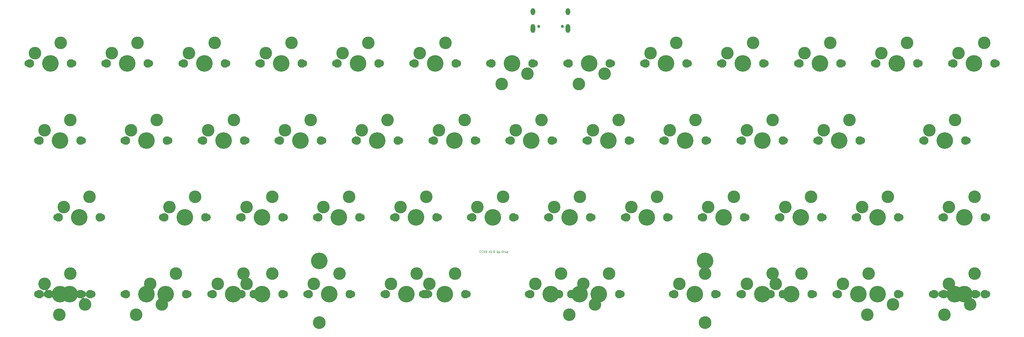
<source format=gbr>
G04 #@! TF.GenerationSoftware,KiCad,Pcbnew,(5.99.0-2043-g129c16cf7)*
G04 #@! TF.CreationDate,2020-07-05T22:33:02+02:00*
G04 #@! TF.ProjectId,CC45,43433435-2e6b-4696-9361-645f70636258,rev?*
G04 #@! TF.SameCoordinates,Original*
G04 #@! TF.FileFunction,Soldermask,Top*
G04 #@! TF.FilePolarity,Negative*
%FSLAX46Y46*%
G04 Gerber Fmt 4.6, Leading zero omitted, Abs format (unit mm)*
G04 Created by KiCad (PCBNEW (5.99.0-2043-g129c16cf7)) date 2020-07-05 22:33:02*
%MOMM*%
%LPD*%
G01*
G04 APERTURE LIST*
%ADD10C,0.125000*%
%ADD11C,1.803800*%
%ADD12C,3.531000*%
%ADD13C,2.102000*%
%ADD14C,3.102000*%
%ADD15C,4.102000*%
%ADD16C,3.150000*%
%ADD17O,1.102000X1.702000*%
%ADD18O,1.102000X2.202000*%
%ADD19C,0.752000*%
G04 APERTURE END LIST*
D10*
X139521428Y-79878571D02*
X139497619Y-79902380D01*
X139426190Y-79926190D01*
X139378571Y-79926190D01*
X139307142Y-79902380D01*
X139259523Y-79854761D01*
X139235714Y-79807142D01*
X139211904Y-79711904D01*
X139211904Y-79640476D01*
X139235714Y-79545238D01*
X139259523Y-79497619D01*
X139307142Y-79450000D01*
X139378571Y-79426190D01*
X139426190Y-79426190D01*
X139497619Y-79450000D01*
X139521428Y-79473809D01*
X140021428Y-79878571D02*
X139997619Y-79902380D01*
X139926190Y-79926190D01*
X139878571Y-79926190D01*
X139807142Y-79902380D01*
X139759523Y-79854761D01*
X139735714Y-79807142D01*
X139711904Y-79711904D01*
X139711904Y-79640476D01*
X139735714Y-79545238D01*
X139759523Y-79497619D01*
X139807142Y-79450000D01*
X139878571Y-79426190D01*
X139926190Y-79426190D01*
X139997619Y-79450000D01*
X140021428Y-79473809D01*
X140450000Y-79592857D02*
X140450000Y-79926190D01*
X140330952Y-79402380D02*
X140211904Y-79759523D01*
X140521428Y-79759523D01*
X140950000Y-79426190D02*
X140711904Y-79426190D01*
X140688095Y-79664285D01*
X140711904Y-79640476D01*
X140759523Y-79616666D01*
X140878571Y-79616666D01*
X140926190Y-79640476D01*
X140950000Y-79664285D01*
X140973809Y-79711904D01*
X140973809Y-79830952D01*
X140950000Y-79878571D01*
X140926190Y-79902380D01*
X140878571Y-79926190D01*
X140759523Y-79926190D01*
X140711904Y-79902380D01*
X140688095Y-79878571D01*
X141521428Y-79592857D02*
X141640476Y-79926190D01*
X141759523Y-79592857D01*
X142211904Y-79926190D02*
X141926190Y-79926190D01*
X142069047Y-79926190D02*
X142069047Y-79426190D01*
X142021428Y-79497619D01*
X141973809Y-79545238D01*
X141926190Y-79569047D01*
X142426190Y-79878571D02*
X142450000Y-79902380D01*
X142426190Y-79926190D01*
X142402380Y-79902380D01*
X142426190Y-79878571D01*
X142426190Y-79926190D01*
X142759523Y-79426190D02*
X142807142Y-79426190D01*
X142854761Y-79450000D01*
X142878571Y-79473809D01*
X142902380Y-79521428D01*
X142926190Y-79616666D01*
X142926190Y-79735714D01*
X142902380Y-79830952D01*
X142878571Y-79878571D01*
X142854761Y-79902380D01*
X142807142Y-79926190D01*
X142759523Y-79926190D01*
X142711904Y-79902380D01*
X142688095Y-79878571D01*
X142664285Y-79830952D01*
X142640476Y-79735714D01*
X142640476Y-79616666D01*
X142664285Y-79521428D01*
X142688095Y-79473809D01*
X142711904Y-79450000D01*
X142759523Y-79426190D01*
X143521428Y-79926190D02*
X143521428Y-79426190D01*
X143521428Y-79616666D02*
X143569047Y-79592857D01*
X143664285Y-79592857D01*
X143711904Y-79616666D01*
X143735714Y-79640476D01*
X143759523Y-79688095D01*
X143759523Y-79830952D01*
X143735714Y-79878571D01*
X143711904Y-79902380D01*
X143664285Y-79926190D01*
X143569047Y-79926190D01*
X143521428Y-79902380D01*
X143926190Y-79592857D02*
X144045238Y-79926190D01*
X144164285Y-79592857D02*
X144045238Y-79926190D01*
X143997619Y-80045238D01*
X143973809Y-80069047D01*
X143926190Y-80092857D01*
X144735714Y-79926190D02*
X144735714Y-79426190D01*
X144854761Y-79426190D01*
X144926190Y-79450000D01*
X144973809Y-79497619D01*
X144997619Y-79545238D01*
X145021428Y-79640476D01*
X145021428Y-79711904D01*
X144997619Y-79807142D01*
X144973809Y-79854761D01*
X144926190Y-79902380D01*
X144854761Y-79926190D01*
X144735714Y-79926190D01*
X145235714Y-79926190D02*
X145235714Y-79592857D01*
X145235714Y-79688095D02*
X145259523Y-79640476D01*
X145283333Y-79616666D01*
X145330952Y-79592857D01*
X145378571Y-79592857D01*
X145759523Y-79592857D02*
X145759523Y-79926190D01*
X145545238Y-79592857D02*
X145545238Y-79854761D01*
X145569047Y-79902380D01*
X145616666Y-79926190D01*
X145688095Y-79926190D01*
X145735714Y-79902380D01*
X145759523Y-79878571D01*
X145950000Y-79592857D02*
X146211904Y-79592857D01*
X145950000Y-79926190D01*
X146211904Y-79926190D01*
X139521428Y-79878571D02*
X139497619Y-79902380D01*
X139426190Y-79926190D01*
X139378571Y-79926190D01*
X139307142Y-79902380D01*
X139259523Y-79854761D01*
X139235714Y-79807142D01*
X139211904Y-79711904D01*
X139211904Y-79640476D01*
X139235714Y-79545238D01*
X139259523Y-79497619D01*
X139307142Y-79450000D01*
X139378571Y-79426190D01*
X139426190Y-79426190D01*
X139497619Y-79450000D01*
X139521428Y-79473809D01*
X140021428Y-79878571D02*
X139997619Y-79902380D01*
X139926190Y-79926190D01*
X139878571Y-79926190D01*
X139807142Y-79902380D01*
X139759523Y-79854761D01*
X139735714Y-79807142D01*
X139711904Y-79711904D01*
X139711904Y-79640476D01*
X139735714Y-79545238D01*
X139759523Y-79497619D01*
X139807142Y-79450000D01*
X139878571Y-79426190D01*
X139926190Y-79426190D01*
X139997619Y-79450000D01*
X140021428Y-79473809D01*
X140450000Y-79592857D02*
X140450000Y-79926190D01*
X140330952Y-79402380D02*
X140211904Y-79759523D01*
X140521428Y-79759523D01*
X140950000Y-79426190D02*
X140711904Y-79426190D01*
X140688095Y-79664285D01*
X140711904Y-79640476D01*
X140759523Y-79616666D01*
X140878571Y-79616666D01*
X140926190Y-79640476D01*
X140950000Y-79664285D01*
X140973809Y-79711904D01*
X140973809Y-79830952D01*
X140950000Y-79878571D01*
X140926190Y-79902380D01*
X140878571Y-79926190D01*
X140759523Y-79926190D01*
X140711904Y-79902380D01*
X140688095Y-79878571D01*
X141521428Y-79592857D02*
X141640476Y-79926190D01*
X141759523Y-79592857D01*
X142211904Y-79926190D02*
X141926190Y-79926190D01*
X142069047Y-79926190D02*
X142069047Y-79426190D01*
X142021428Y-79497619D01*
X141973809Y-79545238D01*
X141926190Y-79569047D01*
X142426190Y-79878571D02*
X142450000Y-79902380D01*
X142426190Y-79926190D01*
X142402380Y-79902380D01*
X142426190Y-79878571D01*
X142426190Y-79926190D01*
X142759523Y-79426190D02*
X142807142Y-79426190D01*
X142854761Y-79450000D01*
X142878571Y-79473809D01*
X142902380Y-79521428D01*
X142926190Y-79616666D01*
X142926190Y-79735714D01*
X142902380Y-79830952D01*
X142878571Y-79878571D01*
X142854761Y-79902380D01*
X142807142Y-79926190D01*
X142759523Y-79926190D01*
X142711904Y-79902380D01*
X142688095Y-79878571D01*
X142664285Y-79830952D01*
X142640476Y-79735714D01*
X142640476Y-79616666D01*
X142664285Y-79521428D01*
X142688095Y-79473809D01*
X142711904Y-79450000D01*
X142759523Y-79426190D01*
X143521428Y-79926190D02*
X143521428Y-79426190D01*
X143521428Y-79616666D02*
X143569047Y-79592857D01*
X143664285Y-79592857D01*
X143711904Y-79616666D01*
X143735714Y-79640476D01*
X143759523Y-79688095D01*
X143759523Y-79830952D01*
X143735714Y-79878571D01*
X143711904Y-79902380D01*
X143664285Y-79926190D01*
X143569047Y-79926190D01*
X143521428Y-79902380D01*
X143926190Y-79592857D02*
X144045238Y-79926190D01*
X144164285Y-79592857D02*
X144045238Y-79926190D01*
X143997619Y-80045238D01*
X143973809Y-80069047D01*
X143926190Y-80092857D01*
X144735714Y-79926190D02*
X144735714Y-79426190D01*
X144854761Y-79426190D01*
X144926190Y-79450000D01*
X144973809Y-79497619D01*
X144997619Y-79545238D01*
X145021428Y-79640476D01*
X145021428Y-79711904D01*
X144997619Y-79807142D01*
X144973809Y-79854761D01*
X144926190Y-79902380D01*
X144854761Y-79926190D01*
X144735714Y-79926190D01*
X145235714Y-79926190D02*
X145235714Y-79592857D01*
X145235714Y-79688095D02*
X145259523Y-79640476D01*
X145283333Y-79616666D01*
X145330952Y-79592857D01*
X145378571Y-79592857D01*
X145759523Y-79592857D02*
X145759523Y-79926190D01*
X145545238Y-79592857D02*
X145545238Y-79854761D01*
X145569047Y-79902380D01*
X145616666Y-79926190D01*
X145688095Y-79926190D01*
X145735714Y-79902380D01*
X145759523Y-79878571D01*
X145950000Y-79592857D02*
X146211904Y-79592857D01*
X145950000Y-79926190D01*
X146211904Y-79926190D01*
D11*
X158375000Y-90250000D03*
X169375000Y-90250000D03*
D12*
X163875000Y-90250000D03*
D13*
X168955000Y-90250000D03*
D14*
X167685000Y-92790000D03*
D15*
X163875000Y-90250000D03*
D14*
X161335000Y-95330000D03*
D13*
X158795000Y-90250000D03*
D11*
X174125000Y-90250000D03*
X163125000Y-90250000D03*
D12*
X168625000Y-90250000D03*
D13*
X163545000Y-90250000D03*
D14*
X164815000Y-87710000D03*
D15*
X168625000Y-90250000D03*
D14*
X171165000Y-85170000D03*
D13*
X173705000Y-90250000D03*
D11*
X251000000Y-90250000D03*
X262000000Y-90250000D03*
D12*
X256500000Y-90250000D03*
D13*
X261580000Y-90250000D03*
D14*
X260310000Y-92790000D03*
D15*
X256500000Y-90250000D03*
D14*
X253960000Y-95330000D03*
D13*
X251420000Y-90250000D03*
D11*
X232000000Y-90250000D03*
X243000000Y-90250000D03*
D12*
X237500000Y-90250000D03*
D13*
X242580000Y-90250000D03*
D14*
X241310000Y-92790000D03*
D15*
X237500000Y-90250000D03*
D14*
X234960000Y-95330000D03*
D13*
X232420000Y-90250000D03*
D16*
X194875000Y-97235000D03*
D15*
X194875000Y-81995000D03*
D16*
X99625000Y-97235000D03*
D15*
X99625000Y-81995000D03*
D11*
X162275000Y-90250000D03*
X151275000Y-90250000D03*
D13*
X151695000Y-90250000D03*
D14*
X152965000Y-87710000D03*
D15*
X156775000Y-90250000D03*
D14*
X159315000Y-85170000D03*
D13*
X161855000Y-90250000D03*
D11*
X238250000Y-90250000D03*
X227250000Y-90250000D03*
D13*
X227670000Y-90250000D03*
D14*
X228940000Y-87710000D03*
D15*
X232750000Y-90250000D03*
D14*
X235290000Y-85170000D03*
D13*
X237830000Y-90250000D03*
D11*
X264375000Y-90250000D03*
X253375000Y-90250000D03*
D12*
X258875000Y-90250000D03*
D13*
X253795000Y-90250000D03*
D14*
X255065000Y-87710000D03*
D15*
X258875000Y-90250000D03*
D14*
X261415000Y-85170000D03*
D13*
X263955000Y-90250000D03*
D11*
X51500000Y-90250000D03*
X62500000Y-90250000D03*
D12*
X57000000Y-90250000D03*
D13*
X62080000Y-90250000D03*
D14*
X60810000Y-92790000D03*
D15*
X57000000Y-90250000D03*
D14*
X54460000Y-95330000D03*
D13*
X51920000Y-90250000D03*
D11*
X32500000Y-90250000D03*
X43500000Y-90250000D03*
D12*
X38000000Y-90250000D03*
D13*
X43080000Y-90250000D03*
D14*
X41810000Y-92790000D03*
D15*
X38000000Y-90250000D03*
D14*
X35460000Y-95330000D03*
D13*
X32920000Y-90250000D03*
D11*
X67250000Y-90250000D03*
X56250000Y-90250000D03*
D12*
X61750000Y-90250000D03*
D13*
X56670000Y-90250000D03*
D14*
X57940000Y-87710000D03*
D15*
X61750000Y-90250000D03*
D14*
X64290000Y-85170000D03*
D13*
X66830000Y-90250000D03*
D11*
X41125000Y-90250000D03*
X30125000Y-90250000D03*
D12*
X35625000Y-90250000D03*
D13*
X30545000Y-90250000D03*
D14*
X31815000Y-87710000D03*
D15*
X35625000Y-90250000D03*
D14*
X38165000Y-85170000D03*
D13*
X40705000Y-90250000D03*
D11*
X259625000Y-52250000D03*
X248625000Y-52250000D03*
D12*
X254125000Y-52250000D03*
D13*
X249045000Y-52250000D03*
D14*
X250315000Y-49710000D03*
D15*
X254125000Y-52250000D03*
D14*
X256665000Y-47170000D03*
D13*
X259205000Y-52250000D03*
D11*
X45875000Y-71250000D03*
X34875000Y-71250000D03*
D12*
X40375000Y-71250000D03*
D13*
X35295000Y-71250000D03*
D14*
X36565000Y-68710000D03*
D15*
X40375000Y-71250000D03*
D14*
X42915000Y-66170000D03*
D13*
X45455000Y-71250000D03*
D11*
X38750000Y-33250000D03*
X27750000Y-33250000D03*
D12*
X33250000Y-33250000D03*
D13*
X28170000Y-33250000D03*
D14*
X29440000Y-30710000D03*
D15*
X33250000Y-33250000D03*
D14*
X35790000Y-28170000D03*
D13*
X38330000Y-33250000D03*
D11*
X57750000Y-33250000D03*
X46750000Y-33250000D03*
D12*
X52250000Y-33250000D03*
D13*
X47170000Y-33250000D03*
D14*
X48440000Y-30710000D03*
D15*
X52250000Y-33250000D03*
D14*
X54790000Y-28170000D03*
D13*
X57330000Y-33250000D03*
D11*
X76750000Y-33250000D03*
X65750000Y-33250000D03*
D12*
X71250000Y-33250000D03*
D13*
X66170000Y-33250000D03*
D14*
X67440000Y-30710000D03*
D15*
X71250000Y-33250000D03*
D14*
X73790000Y-28170000D03*
D13*
X76330000Y-33250000D03*
D11*
X95750000Y-33250000D03*
X84750000Y-33250000D03*
D12*
X90250000Y-33250000D03*
D13*
X85170000Y-33250000D03*
D14*
X86440000Y-30710000D03*
D15*
X90250000Y-33250000D03*
D14*
X92790000Y-28170000D03*
D13*
X95330000Y-33250000D03*
D11*
X114750000Y-33250000D03*
X103750000Y-33250000D03*
D12*
X109250000Y-33250000D03*
D13*
X104170000Y-33250000D03*
D14*
X105440000Y-30710000D03*
D15*
X109250000Y-33250000D03*
D14*
X111790000Y-28170000D03*
D13*
X114330000Y-33250000D03*
D11*
X133750000Y-33250000D03*
X122750000Y-33250000D03*
D12*
X128250000Y-33250000D03*
D13*
X123170000Y-33250000D03*
D14*
X124440000Y-30710000D03*
D15*
X128250000Y-33250000D03*
D14*
X130790000Y-28170000D03*
D13*
X133330000Y-33250000D03*
D11*
X141750000Y-33250000D03*
X152750000Y-33250000D03*
D12*
X147250000Y-33250000D03*
D13*
X152330000Y-33250000D03*
D14*
X151060000Y-35790000D03*
D15*
X147250000Y-33250000D03*
D14*
X144710000Y-38330000D03*
D13*
X142170000Y-33250000D03*
D11*
X160750000Y-33250000D03*
X171750000Y-33250000D03*
D12*
X166250000Y-33250000D03*
D13*
X171330000Y-33250000D03*
D14*
X170060000Y-35790000D03*
D15*
X166250000Y-33250000D03*
D14*
X163710000Y-38330000D03*
D13*
X161170000Y-33250000D03*
D11*
X190750000Y-33250000D03*
X179750000Y-33250000D03*
D12*
X185250000Y-33250000D03*
D13*
X180170000Y-33250000D03*
D14*
X181440000Y-30710000D03*
D15*
X185250000Y-33250000D03*
D14*
X187790000Y-28170000D03*
D13*
X190330000Y-33250000D03*
D11*
X209750000Y-33250000D03*
X198750000Y-33250000D03*
D12*
X204250000Y-33250000D03*
D13*
X199170000Y-33250000D03*
D14*
X200440000Y-30710000D03*
D15*
X204250000Y-33250000D03*
D14*
X206790000Y-28170000D03*
D13*
X209330000Y-33250000D03*
D11*
X228750000Y-33250000D03*
X217750000Y-33250000D03*
D12*
X223250000Y-33250000D03*
D13*
X218170000Y-33250000D03*
D14*
X219440000Y-30710000D03*
D15*
X223250000Y-33250000D03*
D14*
X225790000Y-28170000D03*
D13*
X228330000Y-33250000D03*
D11*
X247750000Y-33250000D03*
X236750000Y-33250000D03*
D12*
X242250000Y-33250000D03*
D13*
X237170000Y-33250000D03*
D14*
X238440000Y-30710000D03*
D15*
X242250000Y-33250000D03*
D14*
X244790000Y-28170000D03*
D13*
X247330000Y-33250000D03*
D11*
X266750000Y-33250000D03*
X255750000Y-33250000D03*
D12*
X261250000Y-33250000D03*
D13*
X256170000Y-33250000D03*
D14*
X257440000Y-30710000D03*
D15*
X261250000Y-33250000D03*
D14*
X263790000Y-28170000D03*
D13*
X266330000Y-33250000D03*
D11*
X62500000Y-52250000D03*
X51500000Y-52250000D03*
D12*
X57000000Y-52250000D03*
D13*
X51920000Y-52250000D03*
D14*
X53190000Y-49710000D03*
D15*
X57000000Y-52250000D03*
D14*
X59540000Y-47170000D03*
D13*
X62080000Y-52250000D03*
D11*
X81500000Y-52250000D03*
X70500000Y-52250000D03*
D12*
X76000000Y-52250000D03*
D13*
X70920000Y-52250000D03*
D14*
X72190000Y-49710000D03*
D15*
X76000000Y-52250000D03*
D14*
X78540000Y-47170000D03*
D13*
X81080000Y-52250000D03*
D11*
X100500000Y-52250000D03*
X89500000Y-52250000D03*
D12*
X95000000Y-52250000D03*
D13*
X89920000Y-52250000D03*
D14*
X91190000Y-49710000D03*
D15*
X95000000Y-52250000D03*
D14*
X97540000Y-47170000D03*
D13*
X100080000Y-52250000D03*
D11*
X119500000Y-52250000D03*
X108500000Y-52250000D03*
D12*
X114000000Y-52250000D03*
D13*
X108920000Y-52250000D03*
D14*
X110190000Y-49710000D03*
D15*
X114000000Y-52250000D03*
D14*
X116540000Y-47170000D03*
D13*
X119080000Y-52250000D03*
D11*
X138500000Y-52250000D03*
X127500000Y-52250000D03*
D12*
X133000000Y-52250000D03*
D13*
X127920000Y-52250000D03*
D14*
X129190000Y-49710000D03*
D15*
X133000000Y-52250000D03*
D14*
X135540000Y-47170000D03*
D13*
X138080000Y-52250000D03*
D11*
X157500000Y-52250000D03*
X146500000Y-52250000D03*
D12*
X152000000Y-52250000D03*
D13*
X146920000Y-52250000D03*
D14*
X148190000Y-49710000D03*
D15*
X152000000Y-52250000D03*
D14*
X154540000Y-47170000D03*
D13*
X157080000Y-52250000D03*
D11*
X176500000Y-52250000D03*
X165500000Y-52250000D03*
D12*
X171000000Y-52250000D03*
D13*
X165920000Y-52250000D03*
D14*
X167190000Y-49710000D03*
D15*
X171000000Y-52250000D03*
D14*
X173540000Y-47170000D03*
D13*
X176080000Y-52250000D03*
D11*
X195500000Y-52250000D03*
X184500000Y-52250000D03*
D12*
X190000000Y-52250000D03*
D13*
X184920000Y-52250000D03*
D14*
X186190000Y-49710000D03*
D15*
X190000000Y-52250000D03*
D14*
X192540000Y-47170000D03*
D13*
X195080000Y-52250000D03*
D11*
X214500000Y-52250000D03*
X203500000Y-52250000D03*
D12*
X209000000Y-52250000D03*
D13*
X203920000Y-52250000D03*
D14*
X205190000Y-49710000D03*
D15*
X209000000Y-52250000D03*
D14*
X211540000Y-47170000D03*
D13*
X214080000Y-52250000D03*
D11*
X233500000Y-52250000D03*
X222500000Y-52250000D03*
D12*
X228000000Y-52250000D03*
D13*
X222920000Y-52250000D03*
D14*
X224190000Y-49710000D03*
D15*
X228000000Y-52250000D03*
D14*
X230540000Y-47170000D03*
D13*
X233080000Y-52250000D03*
D11*
X72000000Y-71250000D03*
X61000000Y-71250000D03*
D12*
X66500000Y-71250000D03*
D13*
X61420000Y-71250000D03*
D14*
X62690000Y-68710000D03*
D15*
X66500000Y-71250000D03*
D14*
X69040000Y-66170000D03*
D13*
X71580000Y-71250000D03*
D11*
X91000000Y-71250000D03*
X80000000Y-71250000D03*
D12*
X85500000Y-71250000D03*
D13*
X80420000Y-71250000D03*
D14*
X81690000Y-68710000D03*
D15*
X85500000Y-71250000D03*
D14*
X88040000Y-66170000D03*
D13*
X90580000Y-71250000D03*
D11*
X110000000Y-71250000D03*
X99000000Y-71250000D03*
D12*
X104500000Y-71250000D03*
D13*
X99420000Y-71250000D03*
D14*
X100690000Y-68710000D03*
D15*
X104500000Y-71250000D03*
D14*
X107040000Y-66170000D03*
D13*
X109580000Y-71250000D03*
D11*
X129000000Y-71250000D03*
X118000000Y-71250000D03*
D12*
X123500000Y-71250000D03*
D13*
X118420000Y-71250000D03*
D14*
X119690000Y-68710000D03*
D15*
X123500000Y-71250000D03*
D14*
X126040000Y-66170000D03*
D13*
X128580000Y-71250000D03*
D11*
X148000000Y-71250000D03*
X137000000Y-71250000D03*
D12*
X142500000Y-71250000D03*
D13*
X137420000Y-71250000D03*
D14*
X138690000Y-68710000D03*
D15*
X142500000Y-71250000D03*
D14*
X145040000Y-66170000D03*
D13*
X147580000Y-71250000D03*
D11*
X167000000Y-71250000D03*
X156000000Y-71250000D03*
D12*
X161500000Y-71250000D03*
D13*
X156420000Y-71250000D03*
D14*
X157690000Y-68710000D03*
D15*
X161500000Y-71250000D03*
D14*
X164040000Y-66170000D03*
D13*
X166580000Y-71250000D03*
D11*
X186000000Y-71250000D03*
X175000000Y-71250000D03*
D12*
X180500000Y-71250000D03*
D13*
X175420000Y-71250000D03*
D14*
X176690000Y-68710000D03*
D15*
X180500000Y-71250000D03*
D14*
X183040000Y-66170000D03*
D13*
X185580000Y-71250000D03*
D11*
X205000000Y-71250000D03*
X194000000Y-71250000D03*
D12*
X199500000Y-71250000D03*
D13*
X194420000Y-71250000D03*
D14*
X195690000Y-68710000D03*
D15*
X199500000Y-71250000D03*
D14*
X202040000Y-66170000D03*
D13*
X204580000Y-71250000D03*
D11*
X224000000Y-71250000D03*
X213000000Y-71250000D03*
D12*
X218500000Y-71250000D03*
D13*
X213420000Y-71250000D03*
D14*
X214690000Y-68710000D03*
D15*
X218500000Y-71250000D03*
D14*
X221040000Y-66170000D03*
D13*
X223580000Y-71250000D03*
D11*
X41125000Y-52250000D03*
X30125000Y-52250000D03*
D12*
X35625000Y-52250000D03*
D13*
X30545000Y-52250000D03*
D14*
X31815000Y-49710000D03*
D15*
X35625000Y-52250000D03*
D14*
X38165000Y-47170000D03*
D13*
X40705000Y-52250000D03*
D11*
X264375000Y-71250000D03*
X253375000Y-71250000D03*
D12*
X258875000Y-71250000D03*
D13*
X253795000Y-71250000D03*
D14*
X255065000Y-68710000D03*
D15*
X258875000Y-71250000D03*
D14*
X261415000Y-66170000D03*
D13*
X263955000Y-71250000D03*
D11*
X83875000Y-90250000D03*
X72875000Y-90250000D03*
D12*
X78375000Y-90250000D03*
D13*
X73295000Y-90250000D03*
D14*
X74565000Y-87710000D03*
D15*
X78375000Y-90250000D03*
D14*
X80915000Y-85170000D03*
D13*
X83455000Y-90250000D03*
D11*
X91000000Y-90250000D03*
X80000000Y-90250000D03*
D12*
X85500000Y-90250000D03*
D13*
X80420000Y-90250000D03*
D14*
X81690000Y-87710000D03*
D15*
X85500000Y-90250000D03*
D14*
X88040000Y-85170000D03*
D13*
X90580000Y-90250000D03*
D11*
X107625000Y-90250000D03*
X96625000Y-90250000D03*
D12*
X102125000Y-90250000D03*
D13*
X97045000Y-90250000D03*
D14*
X98315000Y-87710000D03*
D15*
X102125000Y-90250000D03*
D14*
X104665000Y-85170000D03*
D13*
X107205000Y-90250000D03*
D11*
X126625000Y-90250000D03*
X115625000Y-90250000D03*
D12*
X121125000Y-90250000D03*
D13*
X116045000Y-90250000D03*
D14*
X117315000Y-87710000D03*
D15*
X121125000Y-90250000D03*
D14*
X123665000Y-85170000D03*
D13*
X126205000Y-90250000D03*
D11*
X136125000Y-90250000D03*
X125125000Y-90250000D03*
D12*
X130625000Y-90250000D03*
D13*
X125545000Y-90250000D03*
D14*
X126815000Y-87710000D03*
D15*
X130625000Y-90250000D03*
D14*
X133165000Y-85170000D03*
D13*
X135705000Y-90250000D03*
D11*
X197875000Y-90250000D03*
X186875000Y-90250000D03*
D12*
X192375000Y-90250000D03*
D13*
X187295000Y-90250000D03*
D14*
X188565000Y-87710000D03*
D15*
X192375000Y-90250000D03*
D14*
X194915000Y-85170000D03*
D13*
X197455000Y-90250000D03*
D11*
X243000000Y-71250000D03*
X232000000Y-71250000D03*
D12*
X237500000Y-71250000D03*
D13*
X232420000Y-71250000D03*
D14*
X233690000Y-68710000D03*
D15*
X237500000Y-71250000D03*
D14*
X240040000Y-66170000D03*
D13*
X242580000Y-71250000D03*
D11*
X221625000Y-90250000D03*
X210625000Y-90250000D03*
D12*
X216125000Y-90250000D03*
D13*
X211045000Y-90250000D03*
D14*
X212315000Y-87710000D03*
D15*
X216125000Y-90250000D03*
D14*
X218665000Y-85170000D03*
D13*
X221205000Y-90250000D03*
D11*
X214500000Y-90250000D03*
X203500000Y-90250000D03*
D12*
X209000000Y-90250000D03*
D13*
X203920000Y-90250000D03*
D14*
X205190000Y-87710000D03*
D15*
X209000000Y-90250000D03*
D14*
X211540000Y-85170000D03*
D13*
X214080000Y-90250000D03*
D17*
X161070000Y-20412500D03*
X152430000Y-20412500D03*
D18*
X161070000Y-24592500D03*
X152430000Y-24592500D03*
D19*
X153860000Y-24062500D03*
X159640000Y-24062500D03*
G36*
X41592569Y-91016923D02*
G01*
X41591641Y-91018612D01*
X41585731Y-91022363D01*
X41542476Y-91069402D01*
X41528596Y-91131503D01*
X41547623Y-91192222D01*
X41594441Y-91235273D01*
X41652928Y-91246588D01*
X41654438Y-91247899D01*
X41654059Y-91249863D01*
X41652618Y-91250551D01*
X41631961Y-91251272D01*
X41388242Y-91299530D01*
X41155365Y-91386136D01*
X40939337Y-91508857D01*
X40928480Y-91517587D01*
X40926504Y-91517893D01*
X40925251Y-91516334D01*
X40925769Y-91514659D01*
X40965067Y-91472811D01*
X40979597Y-91410862D01*
X40961206Y-91349944D01*
X40914829Y-91306392D01*
X40850018Y-91291904D01*
X40823067Y-91293317D01*
X40821285Y-91292409D01*
X40821180Y-91290412D01*
X40822615Y-91289350D01*
X40987095Y-91260348D01*
X41177965Y-91186314D01*
X41256873Y-91136238D01*
X41257736Y-91135938D01*
X41312098Y-91130224D01*
X41491018Y-91072090D01*
X41589569Y-91015191D01*
X41591569Y-91015191D01*
X41592569Y-91016923D01*
G37*
G36*
X252356848Y-89772923D02*
G01*
X252363844Y-89784340D01*
X252364006Y-89784668D01*
X252366192Y-89790362D01*
X252403754Y-89842064D01*
X252461885Y-89867947D01*
X252525125Y-89861301D01*
X252582778Y-89815769D01*
X252587230Y-89809268D01*
X252589034Y-89808404D01*
X252590684Y-89809534D01*
X252590707Y-89811211D01*
X252519154Y-89971919D01*
X252480041Y-90155935D01*
X252480041Y-90344065D01*
X252519154Y-90528081D01*
X252586287Y-90678863D01*
X252586078Y-90680852D01*
X252584251Y-90681665D01*
X252583117Y-90681158D01*
X252536328Y-90638732D01*
X252474131Y-90625284D01*
X252413576Y-90644726D01*
X252367652Y-90698308D01*
X252338362Y-90764095D01*
X252338184Y-90764414D01*
X252337926Y-90764790D01*
X252336122Y-90765652D01*
X252334472Y-90764520D01*
X252334450Y-90762845D01*
X252415362Y-90581113D01*
X252460716Y-90381489D01*
X252463981Y-90147621D01*
X252424219Y-89946808D01*
X252353294Y-89774730D01*
X252353558Y-89772748D01*
X252355408Y-89771986D01*
X252356848Y-89772923D01*
G37*
G36*
X31481848Y-89772923D02*
G01*
X31488844Y-89784340D01*
X31489006Y-89784668D01*
X31491192Y-89790362D01*
X31528754Y-89842064D01*
X31586885Y-89867947D01*
X31650125Y-89861301D01*
X31707778Y-89815769D01*
X31712230Y-89809268D01*
X31714034Y-89808404D01*
X31715684Y-89809534D01*
X31715707Y-89811211D01*
X31644154Y-89971919D01*
X31605041Y-90155935D01*
X31605041Y-90344065D01*
X31644154Y-90528081D01*
X31711287Y-90678863D01*
X31711078Y-90680852D01*
X31709251Y-90681665D01*
X31708117Y-90681158D01*
X31661328Y-90638732D01*
X31599131Y-90625284D01*
X31538576Y-90644726D01*
X31492652Y-90698308D01*
X31463362Y-90764095D01*
X31463184Y-90764414D01*
X31462926Y-90764790D01*
X31461122Y-90765652D01*
X31459472Y-90764520D01*
X31459450Y-90762845D01*
X31540362Y-90581113D01*
X31585716Y-90381489D01*
X31588981Y-90147621D01*
X31549219Y-89946808D01*
X31478294Y-89774730D01*
X31478558Y-89772748D01*
X31480408Y-89771986D01*
X31481848Y-89772923D01*
G37*
G36*
X263030900Y-89754164D02*
G01*
X263030956Y-89755860D01*
X262955112Y-89932817D01*
X262912547Y-90133068D01*
X262909689Y-90337779D01*
X262946645Y-90539139D01*
X263012813Y-90706260D01*
X263012520Y-90708238D01*
X263010661Y-90708975D01*
X263009221Y-90707996D01*
X263000725Y-90693281D01*
X262955540Y-90648095D01*
X262894074Y-90631625D01*
X262832664Y-90648080D01*
X262795793Y-90689029D01*
X262793154Y-90689325D01*
X262791222Y-90687962D01*
X262785192Y-90696511D01*
X262783377Y-90697350D01*
X262781742Y-90696197D01*
X262781731Y-90694545D01*
X262855846Y-90528081D01*
X262894959Y-90344065D01*
X262894959Y-90155935D01*
X262855846Y-89971919D01*
X262786852Y-89816957D01*
X262787061Y-89814968D01*
X262788888Y-89814155D01*
X262790345Y-89815037D01*
X262792058Y-89817615D01*
X262839992Y-89859875D01*
X262902370Y-89872452D01*
X262962645Y-89852167D01*
X263008401Y-89796561D01*
X263023495Y-89760120D01*
X263023666Y-89759796D01*
X263027441Y-89753983D01*
X263029223Y-89753075D01*
X263030900Y-89754164D01*
G37*
G36*
X42155900Y-89754164D02*
G01*
X42155956Y-89755860D01*
X42080112Y-89932817D01*
X42037547Y-90133068D01*
X42034689Y-90337779D01*
X42071645Y-90539139D01*
X42137813Y-90706260D01*
X42137520Y-90708238D01*
X42135661Y-90708975D01*
X42134221Y-90707996D01*
X42125725Y-90693281D01*
X42080540Y-90648095D01*
X42019074Y-90631625D01*
X41957664Y-90648080D01*
X41920793Y-90689029D01*
X41918154Y-90689325D01*
X41916222Y-90687962D01*
X41910192Y-90696511D01*
X41908377Y-90697350D01*
X41906742Y-90696197D01*
X41906731Y-90694545D01*
X41980846Y-90528081D01*
X42019959Y-90344065D01*
X42019959Y-90155935D01*
X41980846Y-89971919D01*
X41911852Y-89816957D01*
X41912061Y-89814968D01*
X41913888Y-89814155D01*
X41915345Y-89815037D01*
X41917058Y-89817615D01*
X41964992Y-89859875D01*
X42027370Y-89872452D01*
X42087645Y-89852167D01*
X42133401Y-89796561D01*
X42148495Y-89760120D01*
X42148666Y-89759796D01*
X42152441Y-89753983D01*
X42154223Y-89753075D01*
X42155900Y-89754164D01*
G37*
G36*
X125972624Y-89005370D02*
G01*
X126131108Y-89099847D01*
X126362122Y-89191312D01*
X126604774Y-89244662D01*
X126852846Y-89258531D01*
X127093284Y-89233260D01*
X127095111Y-89234073D01*
X127095320Y-89236062D01*
X127094287Y-89237085D01*
X127047444Y-89257356D01*
X127009505Y-89308441D01*
X127002192Y-89371652D01*
X127027509Y-89430157D01*
X127055149Y-89455751D01*
X127102213Y-89487496D01*
X127103090Y-89489294D01*
X127101972Y-89490952D01*
X127100095Y-89490886D01*
X126991018Y-89427910D01*
X126812098Y-89369776D01*
X126759127Y-89364208D01*
X126758218Y-89363877D01*
X126703928Y-89327258D01*
X126515193Y-89247921D01*
X126314650Y-89206756D01*
X126109929Y-89205326D01*
X125948366Y-89236147D01*
X125946477Y-89235489D01*
X125946102Y-89233524D01*
X125946991Y-89232450D01*
X125997016Y-89203569D01*
X126028833Y-89148463D01*
X126028834Y-89084923D01*
X125980531Y-89015810D01*
X125970450Y-89008724D01*
X125969608Y-89006910D01*
X125970758Y-89005274D01*
X125972624Y-89005370D01*
G37*
G36*
X32691878Y-88984726D02*
G01*
X32691403Y-88986151D01*
X32649744Y-89034929D01*
X32638147Y-89097498D01*
X32659388Y-89157479D01*
X32707775Y-89198804D01*
X32770610Y-89210450D01*
X32781119Y-89209623D01*
X32782924Y-89210484D01*
X32783081Y-89212478D01*
X32781651Y-89213582D01*
X32623822Y-89243690D01*
X32434010Y-89320379D01*
X32367658Y-89363799D01*
X32366772Y-89364114D01*
X32312902Y-89369776D01*
X32133982Y-89427910D01*
X32030215Y-89487821D01*
X32028215Y-89487821D01*
X32027215Y-89486089D01*
X32028120Y-89484416D01*
X32035249Y-89479750D01*
X32077845Y-89432109D01*
X32090857Y-89369820D01*
X32070983Y-89309372D01*
X32023583Y-89266991D01*
X31949850Y-89255049D01*
X31924810Y-89258746D01*
X31924508Y-89258767D01*
X31890451Y-89258589D01*
X31888724Y-89257580D01*
X31888734Y-89255580D01*
X31890252Y-89254600D01*
X32099940Y-89232561D01*
X32339705Y-89167418D01*
X32565964Y-89064782D01*
X32688775Y-88983186D01*
X32690771Y-88983061D01*
X32691878Y-88984726D01*
G37*
G36*
X80462122Y-86651312D02*
G01*
X80545131Y-86669562D01*
X80546608Y-86670910D01*
X80546188Y-86672853D01*
X80459457Y-86769178D01*
X80379603Y-86893087D01*
X80377824Y-86894002D01*
X80376143Y-86892918D01*
X80376228Y-86890941D01*
X80431784Y-86802377D01*
X80450575Y-86741295D01*
X80436400Y-86679402D01*
X80364751Y-86619495D01*
X80332258Y-86609125D01*
X80331977Y-86609011D01*
X80282880Y-86584639D01*
X80281773Y-86582974D01*
X80282662Y-86581182D01*
X80284505Y-86580988D01*
X80462122Y-86651312D01*
G37*
G36*
X211087122Y-86651312D02*
G01*
X211170131Y-86669562D01*
X211171608Y-86670910D01*
X211171188Y-86672853D01*
X211084457Y-86769178D01*
X211004603Y-86893087D01*
X211002824Y-86894002D01*
X211001143Y-86892918D01*
X211001228Y-86890941D01*
X211056784Y-86802377D01*
X211075575Y-86741295D01*
X211061400Y-86679402D01*
X210989751Y-86619495D01*
X210957258Y-86609125D01*
X210956977Y-86609011D01*
X210907880Y-86584639D01*
X210906773Y-86582974D01*
X210907662Y-86581182D01*
X210909505Y-86580988D01*
X211087122Y-86651312D01*
G37*
G36*
X196013959Y-83695895D02*
G01*
X196013088Y-83697689D01*
X195905370Y-83770894D01*
X195905867Y-83771625D01*
X195905536Y-83774249D01*
X195869032Y-83806435D01*
X195848740Y-83866746D01*
X195861330Y-83929160D01*
X195886927Y-83960431D01*
X195887250Y-83962405D01*
X195885702Y-83963672D01*
X195884238Y-83963340D01*
X195729424Y-83855743D01*
X195728572Y-83853934D01*
X195729688Y-83852303D01*
X195899502Y-83769479D01*
X196010846Y-83694377D01*
X196012841Y-83694237D01*
X196013959Y-83695895D01*
G37*
M02*

</source>
